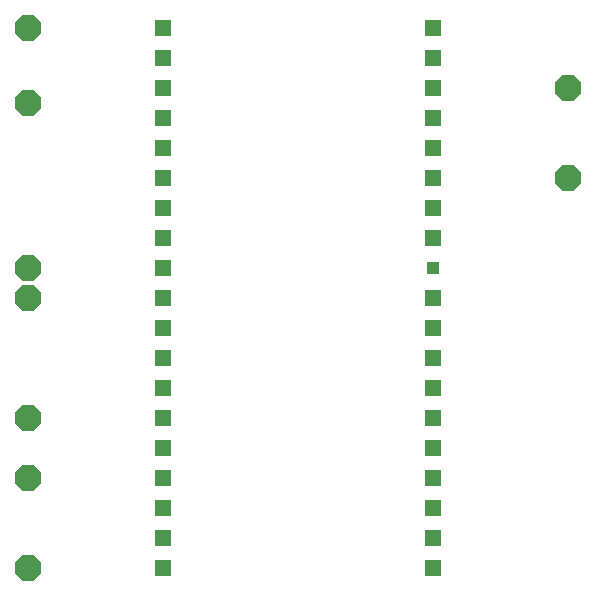
<source format=gbl>
G04 EAGLE Gerber RS-274X export*
G75*
%MOMM*%
%FSLAX34Y34*%
%LPD*%
%INBottom Copper*%
%IPPOS*%
%AMOC8*
5,1,8,0,0,1.08239X$1,22.5*%
G01*
%ADD10P,2.336880X8X22.500000*%
%ADD11R,1.358000X1.358000*%
%ADD12R,1.108000X1.108000*%


D10*
X50800Y355600D03*
X50800Y622300D03*
X50800Y457200D03*
X50800Y482600D03*
X50800Y228600D03*
X50800Y304800D03*
X508000Y635000D03*
X508000Y558800D03*
X50800Y685800D03*
D11*
X165100Y228600D03*
X165100Y254000D03*
X165100Y279400D03*
X165100Y304800D03*
X165100Y330200D03*
X165100Y355600D03*
X165100Y381000D03*
X165100Y406400D03*
X165100Y431800D03*
X165100Y457200D03*
X165100Y482600D03*
X165100Y508000D03*
X165100Y533400D03*
X165100Y558800D03*
X165100Y584200D03*
X165100Y609600D03*
X165100Y635000D03*
X165100Y660400D03*
X165100Y685800D03*
X393700Y228600D03*
X393700Y254000D03*
X393700Y279400D03*
X393700Y304800D03*
X393700Y330200D03*
X393700Y355600D03*
X393700Y381000D03*
X393700Y406400D03*
X393700Y431800D03*
X393700Y457200D03*
D12*
X393700Y482600D03*
D11*
X393700Y508000D03*
X393700Y533400D03*
X393700Y558800D03*
X393700Y584200D03*
X393700Y609600D03*
X393700Y635000D03*
X393700Y660400D03*
X393700Y685800D03*
M02*

</source>
